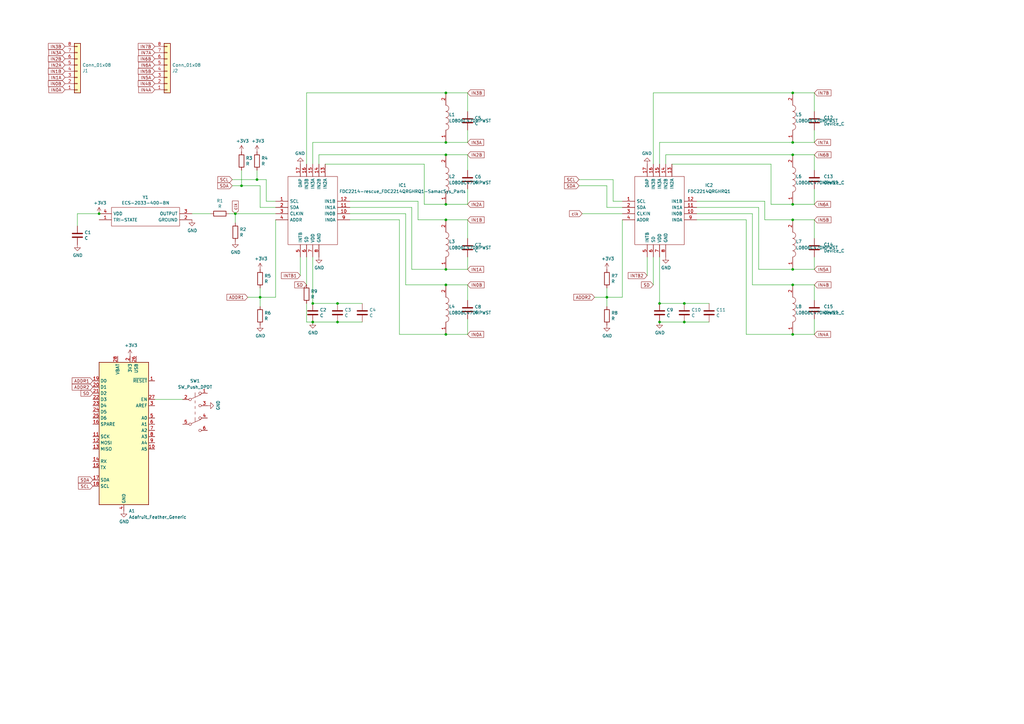
<source format=kicad_sch>
(kicad_sch (version 20211123) (generator eeschema)
  (paper "A3")
  (lib_symbols
    (symbol "Connector_Generic:Conn_01x08" (pin_names (offset 1.016) hide)
      (property "Reference" "J" (at 0 10.16 0))
      (property "Value" "Conn_01x08" (at 0 -12.7 0))
      (symbol "Conn_01x08_1_1"
        (rectangle (start -1.27 -10.033) (end 0 -10.287) (stroke (width 0.1524)))
        (rectangle (start -1.27 -7.493) (end 0 -7.747) (stroke (width 0.1524)))
        (rectangle (start -1.27 -4.953) (end 0 -5.207) (stroke (width 0.1524)))
        (rectangle (start -1.27 -2.413) (end 0 -2.667) (stroke (width 0.1524)))
        (rectangle (start -1.27 0.127) (end 0 -0.127) (stroke (width 0.1524)))
        (rectangle (start -1.27 2.667) (end 0 2.413) (stroke (width 0.1524)))
        (rectangle (start -1.27 5.207) (end 0 4.953) (stroke (width 0.1524)))
        (rectangle (start -1.27 7.747) (end 0 7.493) (stroke (width 0.1524)))
        (rectangle (start -1.27 8.89) (end 1.27 -11.43) (stroke (width 0.254)) (fill (type background)))
        (pin passive line (at -5.08 7.62 0) (length 3.81) (name "Pin_1") (number "1"))
        (pin passive line (at -5.08 5.08 0) (length 3.81) (name "Pin_2") (number "2"))
        (pin passive line (at -5.08 2.54 0) (length 3.81) (name "Pin_3") (number "3"))
        (pin passive line (at -5.08 0 0) (length 3.81) (name "Pin_4") (number "4"))
        (pin passive line (at -5.08 -2.54 0) (length 3.81) (name "Pin_5") (number "5"))
        (pin passive line (at -5.08 -5.08 0) (length 3.81) (name "Pin_6") (number "6"))
        (pin passive line (at -5.08 -7.62 0) (length 3.81) (name "Pin_7") (number "7"))
        (pin passive line (at -5.08 -10.16 0) (length 3.81) (name "Pin_8") (number "8"))
      )
    )
    (symbol "Device:C" (pin_numbers hide) (pin_names (offset 0.254))
      (property "Reference" "C" (at 0.635 2.54 0))
      (property "Value" "C" (at 0.635 -2.54 0))
      (symbol "C_0_1"
        (polyline (pts (xy -2.032 -0.762) (xy 2.032 -0.762)) (stroke (width 0.508)))
        (polyline (pts (xy -2.032 0.762) (xy 2.032 0.762)) (stroke (width 0.508)))
      )
      (symbol "C_1_1"
        (pin passive line (at 0 3.81 270) (length 2.794) (name "~") (number "1"))
        (pin passive line (at 0 -3.81 90) (length 2.794) (name "~") (number "2"))
      )
    )
    (symbol "Device:R" (pin_numbers hide) (pin_names (offset 0))
      (property "Reference" "R" (at 2.032 0 90))
      (property "Value" "R" (at 0 0 90))
      (symbol "R_0_1"
        (rectangle (start -1.016 -2.54) (end 1.016 2.54) (stroke (width 0.254)))
      )
      (symbol "R_1_1"
        (pin passive line (at 0 3.81 270) (length 1.27) (name "~") (number "1"))
        (pin passive line (at 0 -3.81 90) (length 1.27) (name "~") (number "2"))
      )
    )
    (symbol "FDC2214:Device_C" (pin_numbers hide) (pin_names (offset 0.254))
      (property "Reference" "C" (at 0.635 2.54 0))
      (property "Value" "Device_C" (at 0.635 -2.54 0))
      (symbol "Device_C_0_1"
        (polyline (pts (xy -2.032 -0.762) (xy 2.032 -0.762)) (stroke (width 0.508)))
        (polyline (pts (xy -2.032 0.762) (xy 2.032 0.762)) (stroke (width 0.508)))
      )
      (symbol "Device_C_1_1"
        (pin passive line (at 0 3.81 270) (length 2.794) (name "~") (number "1"))
        (pin passive line (at 0 -3.81 90) (length 2.794) (name "~") (number "2"))
      )
    )
    (symbol "FDC2214:FDC2214-rescue_ECS-2033-400-BN-SamacSys_Parts" (pin_names (offset 0.762))
      (property "Reference" "Y" (at 34.29 7.62 0))
      (property "Value" "FDC2214-rescue_ECS-2033-400-BN-SamacSys_Parts" (at 34.29 5.08 0))
      (symbol "FDC2214-rescue_ECS-2033-400-BN-SamacSys_Parts_0_0"
        (pin passive line (at 0 -2.54 0) (length 5.08) (name "TRI-STATE") (number "1"))
        (pin passive line (at 38.1 -2.54 180) (length 5.08) (name "GROUND") (number "2"))
        (pin passive line (at 38.1 0 180) (length 5.08) (name "OUTPUT") (number "3"))
        (pin passive line (at 0 0 0) (length 5.08) (name "VDD") (number "4"))
      )
      (symbol "FDC2214-rescue_ECS-2033-400-BN-SamacSys_Parts_0_1"
        (polyline (pts (xy 5.08 2.54) (xy 33.02 2.54) (xy 33.02 -5.08) (xy 5.08 -5.08) (xy 5.08 2.54)) (stroke (width 0.1524)))
      )
    )
    (symbol "FDC2214:FDC2214-rescue_FDC2214QRGHRQ1-SamacSys_Parts" (pin_names (offset 0.762))
      (property "Reference" "IC" (at 26.67 15.24 0))
      (property "Value" "FDC2214-rescue_FDC2214QRGHRQ1-SamacSys_Parts" (at 26.67 12.7 0))
      (symbol "FDC2214-rescue_FDC2214QRGHRQ1-SamacSys_Parts_0_0"
        (pin passive line (at 0 0 0) (length 5.08) (name "SCL") (number "1"))
        (pin passive line (at 30.48 -5.08 180) (length 5.08) (name "IN0B") (number "10"))
        (pin passive line (at 30.48 -2.54 180) (length 5.08) (name "IN1A") (number "11"))
        (pin passive line (at 30.48 0 180) (length 5.08) (name "IN1B") (number "12"))
        (pin passive line (at 20.32 15.24 270) (length 5.08) (name "IN2A") (number "13"))
        (pin passive line (at 17.78 15.24 270) (length 5.08) (name "IN2B") (number "14"))
        (pin passive line (at 15.24 15.24 270) (length 5.08) (name "IN3A") (number "15"))
        (pin passive line (at 12.7 15.24 270) (length 5.08) (name "IN3B") (number "16"))
        (pin passive line (at 10.16 15.24 270) (length 5.08) (name "DAP") (number "17"))
        (pin passive line (at 0 -2.54 0) (length 5.08) (name "SDA") (number "2"))
        (pin passive line (at 0 -5.08 0) (length 5.08) (name "CLKIN") (number "3"))
        (pin passive line (at 0 -7.62 0) (length 5.08) (name "ADDR") (number "4"))
        (pin passive line (at 10.16 -22.86 90) (length 5.08) (name "INTB") (number "5"))
        (pin passive line (at 12.7 -22.86 90) (length 5.08) (name "SD") (number "6"))
        (pin passive line (at 15.24 -22.86 90) (length 5.08) (name "VDD") (number "7"))
        (pin passive line (at 17.78 -22.86 90) (length 5.08) (name "GND") (number "8"))
        (pin passive line (at 30.48 -7.62 180) (length 5.08) (name "IN0A") (number "9"))
      )
      (symbol "FDC2214-rescue_FDC2214QRGHRQ1-SamacSys_Parts_0_1"
        (polyline (pts (xy 5.08 10.16) (xy 25.4 10.16) (xy 25.4 -17.78) (xy 5.08 -17.78) (xy 5.08 10.16)) (stroke (width 0.1524)))
      )
    )
    (symbol "MCU_Module:Adafruit_Feather_Generic"
      (property "Reference" "A" (at -10.16 29.21 0))
      (property "Value" "Adafruit_Feather_Generic" (at 2.54 -31.75 0))
      (symbol "Adafruit_Feather_Generic_0_1"
        (rectangle (start -10.16 27.94) (end 10.16 -30.48) (stroke (width 0.254)) (fill (type background)))
      )
      (symbol "Adafruit_Feather_Generic_1_1"
        (pin input line (at 12.7 20.32 180) (length 2.54) (name "~{RESET}") (number "1"))
        (pin bidirectional line (at 12.7 -7.62 180) (length 2.54) (name "A5") (number "10"))
        (pin bidirectional line (at -12.7 -2.54 0) (length 2.54) (name "SCK") (number "11"))
        (pin bidirectional line (at -12.7 -5.08 0) (length 2.54) (name "MOSI") (number "12"))
        (pin bidirectional line (at -12.7 -7.62 0) (length 2.54) (name "MISO") (number "13"))
        (pin bidirectional line (at -12.7 -12.7 0) (length 2.54) (name "RX") (number "14"))
        (pin bidirectional line (at -12.7 -15.24 0) (length 2.54) (name "TX") (number "15"))
        (pin bidirectional line (at -12.7 2.54 0) (length 2.54) (name "SPARE") (number "16"))
        (pin bidirectional line (at -12.7 -20.32 0) (length 2.54) (name "SDA") (number "17"))
        (pin bidirectional line (at -12.7 -22.86 0) (length 2.54) (name "SCL") (number "18"))
        (pin bidirectional line (at -12.7 20.32 0) (length 2.54) (name "D0") (number "19"))
        (pin power_in line (at 2.54 30.48 270) (length 2.54) (name "3V3") (number "2"))
        (pin bidirectional line (at -12.7 17.78 0) (length 2.54) (name "D1") (number "20"))
        (pin bidirectional line (at -12.7 15.24 0) (length 2.54) (name "D2") (number "21"))
        (pin bidirectional line (at -12.7 12.7 0) (length 2.54) (name "D3") (number "22"))
        (pin bidirectional line (at -12.7 10.16 0) (length 2.54) (name "D4") (number "23"))
        (pin bidirectional line (at -12.7 7.62 0) (length 2.54) (name "D5") (number "24"))
        (pin bidirectional line (at -12.7 5.08 0) (length 2.54) (name "D6") (number "25"))
        (pin power_in line (at 5.08 30.48 270) (length 2.54) (name "USB") (number "26"))
        (pin input line (at 12.7 12.7 180) (length 2.54) (name "EN") (number "27"))
        (pin power_in line (at -2.54 30.48 270) (length 2.54) (name "VBAT") (number "28"))
        (pin input line (at 12.7 10.16 180) (length 2.54) (name "AREF") (number "3"))
        (pin power_in line (at 0 -33.02 90) (length 2.54) (name "GND") (number "4"))
        (pin bidirectional line (at 12.7 5.08 180) (length 2.54) (name "A0") (number "5"))
        (pin bidirectional line (at 12.7 2.54 180) (length 2.54) (name "A1") (number "6"))
        (pin bidirectional line (at 12.7 0 180) (length 2.54) (name "A2") (number "7"))
        (pin bidirectional line (at 12.7 -2.54 180) (length 2.54) (name "A3") (number "8"))
        (pin bidirectional line (at 12.7 -5.08 180) (length 2.54) (name "A4") (number "9"))
      )
    )
    (symbol "SamacSys:L0806C470MPWST" (pin_names (offset 0.762))
      (property "Reference" "L" (at 16.51 6.35 0))
      (property "Value" "L0806C470MPWST" (at 16.51 3.81 0))
      (symbol "L0806C470MPWST_0_0"
        (pin passive line (at 0 0 0) (length 5.08) (name "~") (number "1"))
        (pin passive line (at 20.32 0 180) (length 5.08) (name "~") (number "2"))
      )
      (symbol "L0806C470MPWST_0_1"
        (arc (start 5.08 0) (mid 6.35 -1.3218) (end 7.62 0) (stroke (width 0.1524)))
        (arc (start 7.62 0) (mid 8.89 -1.3218) (end 10.16 0) (stroke (width 0.1524)))
        (arc (start 10.16 0) (mid 11.43 -1.3218) (end 12.7 0) (stroke (width 0.1524)))
        (arc (start 12.7 0) (mid 13.97 -1.3218) (end 15.24 0) (stroke (width 0.1524)))
      )
    )
    (symbol "Switch:SW_Push_DPDT" (pin_names (offset 0) hide)
      (property "Reference" "SW" (at 0 8.89 0))
      (property "Value" "SW_Push_DPDT" (at 0 -10.16 0))
      (symbol "SW_Push_DPDT_0_0"
        (circle (center -2.032 -5.08) (radius 0.508))
        (circle (center -2.032 5.08) (radius 0.508))
        (circle (center 2.032 -7.62) (radius 0.508))
        (circle (center 2.032 2.54) (radius 0.508))
      )
      (symbol "SW_Push_DPDT_0_1"
        (polyline (pts (xy -1.524 -4.826) (xy 2.54 -3.048)))
        (polyline (pts (xy -1.524 5.334) (xy 2.54 7.112)))
        (polyline (pts (xy 0 -2.286) (xy 0 -4.064)))
        (polyline (pts (xy 0 -1.016) (xy 0 0)))
        (polyline (pts (xy 0 1.27) (xy 0 2.286)))
        (polyline (pts (xy 0 3.556) (xy 0 4.572)))
        (polyline (pts (xy 0 7.874) (xy 0 6.096)))
        (circle (center 2.032 -2.54) (radius 0.508))
        (circle (center 2.032 7.62) (radius 0.508))
      )
      (symbol "SW_Push_DPDT_1_1"
        (pin passive line (at 5.08 7.62 180) (length 2.54) (name "A") (number "1"))
        (pin passive line (at -5.08 5.08 0) (length 2.54) (name "B") (number "2"))
        (pin passive line (at 5.08 2.54 180) (length 2.54) (name "C") (number "3"))
        (pin passive line (at 5.08 -2.54 180) (length 2.54) (name "A") (number "4"))
        (pin passive line (at -5.08 -5.08 0) (length 2.54) (name "B") (number "5"))
        (pin passive line (at 5.08 -7.62 180) (length 2.54) (name "C") (number "6"))
      )
    )
    (symbol "power:+3.3V" (power) (pin_names (offset 0))
      (property "Value" "+3.3V" (at 0 3.556 0))
      (symbol "+3.3V_0_1"
        (polyline (pts (xy -0.762 1.27) (xy 0 2.54)))
        (polyline (pts (xy 0 0) (xy 0 2.54)))
        (polyline (pts (xy 0 2.54) (xy 0.762 1.27)))
      )
      (symbol "+3.3V_1_1"
        (pin power_in line (at 0 0 90) (length 0) hide (name "+3V3") (number "1"))
      )
    )
    (symbol "power:GND" (power) (pin_names (offset 0))
      (property "Value" "GND" (at 0 -3.81 0))
      (symbol "GND_0_1"
        (polyline (pts (xy 0 0) (xy 0 -1.27) (xy 1.27 -1.27) (xy 0 -2.54) (xy -1.27 -1.27) (xy 0 -1.27)))
      )
      (symbol "GND_1_1"
        (pin power_in line (at 0 0 270) (length 0) hide (name "GND") (number "1"))
      )
    )
  )
  (junction (at 106.68 121.92))
  (junction (at 270.51 132.08))
  (junction (at 99.06 76.2))
  (junction (at 325.12 90.17))
  (junction (at 182.88 63.5))
  (junction (at 182.88 110.49))
  (junction (at 128.27 124.46))
  (junction (at 325.12 63.5))
  (junction (at 138.43 124.46))
  (junction (at 325.12 137.16))
  (junction (at 325.12 116.84))
  (junction (at 280.67 124.46))
  (junction (at 182.88 116.84))
  (junction (at 128.27 132.08))
  (junction (at 40.64 87.63))
  (junction (at 105.41 73.66))
  (junction (at 182.88 38.1))
  (junction (at 138.43 132.08))
  (junction (at 182.88 90.17))
  (junction (at 270.51 124.46))
  (junction (at 182.88 58.42))
  (junction (at 325.12 83.82))
  (junction (at 96.52 87.63))
  (junction (at 280.67 132.08))
  (junction (at 325.12 38.1))
  (junction (at 182.88 137.16))
  (junction (at 325.12 58.42))
  (junction (at 325.12 110.49))
  (junction (at 248.92 121.92))
  (junction (at 182.88 83.82))
  (wire (pts (xy 334.01 110.49) (xy 334.01 105.41)))
  (wire (pts (xy 255.27 90.17) (xy 255.27 121.92)))
  (wire (pts (xy 125.73 105.41) (xy 125.73 116.84)))
  (wire (pts (xy 275.59 67.31) (xy 316.23 67.31)))
  (wire (pts (xy 182.88 116.84) (xy 191.77 116.84)))
  (wire (pts (xy 334.01 83.82) (xy 334.01 77.47)))
  (wire (pts (xy 325.12 58.42) (xy 334.01 58.42)))
  (wire (pts (xy 316.23 83.82) (xy 325.12 83.82)))
  (wire (pts (xy 166.37 87.63) (xy 166.37 116.84)))
  (wire (pts (xy 113.03 90.17) (xy 113.03 121.92)))
  (wire (pts (xy 191.77 63.5) (xy 191.77 69.85)))
  (wire (pts (xy 273.05 67.31) (xy 273.05 63.5)))
  (wire (pts (xy 248.92 118.11) (xy 248.92 121.92)))
  (wire (pts (xy 270.51 58.42) (xy 325.12 58.42)))
  (wire (pts (xy 285.75 85.09) (xy 311.15 85.09)))
  (wire (pts (xy 109.22 73.66) (xy 105.41 73.66)))
  (wire (pts (xy 171.45 90.17) (xy 182.88 90.17)))
  (wire (pts (xy 123.19 105.41) (xy 123.19 113.03)))
  (wire (pts (xy 325.12 63.5) (xy 334.01 63.5)))
  (wire (pts (xy 334.01 137.16) (xy 334.01 130.81)))
  (wire (pts (xy 163.83 137.16) (xy 182.88 137.16)))
  (wire (pts (xy 306.07 137.16) (xy 325.12 137.16)))
  (wire (pts (xy 255.27 121.92) (xy 248.92 121.92)))
  (wire (pts (xy 285.75 90.17) (xy 306.07 90.17)))
  (wire (pts (xy 182.88 90.17) (xy 191.77 90.17)))
  (wire (pts (xy 106.68 125.73) (xy 106.68 121.92)))
  (wire (pts (xy 308.61 87.63) (xy 308.61 116.84)))
  (wire (pts (xy 143.51 87.63) (xy 166.37 87.63)))
  (wire (pts (xy 105.41 69.85) (xy 105.41 73.66)))
  (wire (pts (xy 128.27 58.42) (xy 182.88 58.42)))
  (wire (pts (xy 171.45 82.55) (xy 171.45 90.17)))
  (wire (pts (xy 191.77 58.42) (xy 191.77 53.34)))
  (wire (pts (xy 182.88 110.49) (xy 191.77 110.49)))
  (wire (pts (xy 267.97 38.1) (xy 325.12 38.1)))
  (wire (pts (xy 173.99 67.31) (xy 173.99 83.82)))
  (wire (pts (xy 113.03 85.09) (xy 106.68 85.09)))
  (wire (pts (xy 182.88 58.42) (xy 191.77 58.42)))
  (wire (pts (xy 133.35 67.31) (xy 173.99 67.31)))
  (wire (pts (xy 113.03 82.55) (xy 109.22 82.55)))
  (wire (pts (xy 334.01 58.42) (xy 334.01 53.34)))
  (wire (pts (xy 31.75 92.71) (xy 31.75 87.63)))
  (wire (pts (xy 191.77 116.84) (xy 191.77 123.19)))
  (wire (pts (xy 280.67 132.08) (xy 290.83 132.08)))
  (wire (pts (xy 99.06 76.2) (xy 95.25 76.2)))
  (wire (pts (xy 290.83 124.46) (xy 280.67 124.46)))
  (wire (pts (xy 334.01 116.84) (xy 334.01 123.19)))
  (wire (pts (xy 251.46 82.55) (xy 251.46 73.66)))
  (wire (pts (xy 313.69 82.55) (xy 313.69 90.17)))
  (wire (pts (xy 105.41 73.66) (xy 95.25 73.66)))
  (wire (pts (xy 238.76 87.63) (xy 255.27 87.63)))
  (wire (pts (xy 248.92 85.09) (xy 248.92 76.2)))
  (wire (pts (xy 86.36 87.63) (xy 78.74 87.63)))
  (wire (pts (xy 267.97 67.31) (xy 267.97 38.1)))
  (wire (pts (xy 168.91 110.49) (xy 182.88 110.49)))
  (wire (pts (xy 255.27 82.55) (xy 251.46 82.55)))
  (wire (pts (xy 168.91 85.09) (xy 168.91 110.49)))
  (wire (pts (xy 128.27 67.31) (xy 128.27 58.42)))
  (wire (pts (xy 96.52 91.44) (xy 96.52 87.63)))
  (wire (pts (xy 311.15 110.49) (xy 325.12 110.49)))
  (wire (pts (xy 93.98 87.63) (xy 96.52 87.63)))
  (wire (pts (xy 113.03 121.92) (xy 106.68 121.92)))
  (wire (pts (xy 96.52 87.63) (xy 113.03 87.63)))
  (wire (pts (xy 306.07 90.17) (xy 306.07 137.16)))
  (wire (pts (xy 273.05 63.5) (xy 325.12 63.5)))
  (wire (pts (xy 182.88 63.5) (xy 191.77 63.5)))
  (wire (pts (xy 270.51 67.31) (xy 270.51 58.42)))
  (wire (pts (xy 325.12 83.82) (xy 334.01 83.82)))
  (wire (pts (xy 99.06 69.85) (xy 99.06 76.2)))
  (wire (pts (xy 130.81 67.31) (xy 130.81 63.5)))
  (wire (pts (xy 130.81 63.5) (xy 182.88 63.5)))
  (wire (pts (xy 173.99 83.82) (xy 182.88 83.82)))
  (wire (pts (xy 191.77 38.1) (xy 191.77 45.72)))
  (wire (pts (xy 166.37 116.84) (xy 182.88 116.84)))
  (wire (pts (xy 143.51 82.55) (xy 171.45 82.55)))
  (wire (pts (xy 270.51 105.41) (xy 270.51 124.46)))
  (wire (pts (xy 128.27 105.41) (xy 128.27 124.46)))
  (wire (pts (xy 143.51 90.17) (xy 163.83 90.17)))
  (wire (pts (xy 325.12 90.17) (xy 334.01 90.17)))
  (wire (pts (xy 125.73 124.46) (xy 125.73 132.08)))
  (wire (pts (xy 106.68 76.2) (xy 99.06 76.2)))
  (wire (pts (xy 191.77 83.82) (xy 191.77 77.47)))
  (wire (pts (xy 143.51 85.09) (xy 168.91 85.09)))
  (wire (pts (xy 334.01 97.79) (xy 334.01 90.17)))
  (wire (pts (xy 125.73 67.31) (xy 125.73 38.1)))
  (wire (pts (xy 308.61 116.84) (xy 325.12 116.84)))
  (wire (pts (xy 63.5 163.83) (xy 74.93 163.83)))
  (wire (pts (xy 191.77 110.49) (xy 191.77 105.41)))
  (wire (pts (xy 106.68 121.92) (xy 101.6 121.92)))
  (wire (pts (xy 325.12 110.49) (xy 334.01 110.49)))
  (wire (pts (xy 265.43 105.41) (xy 265.43 113.03)))
  (wire (pts (xy 191.77 137.16) (xy 191.77 130.81)))
  (wire (pts (xy 255.27 85.09) (xy 248.92 85.09)))
  (wire (pts (xy 285.75 82.55) (xy 313.69 82.55)))
  (wire (pts (xy 125.73 38.1) (xy 182.88 38.1)))
  (wire (pts (xy 248.92 125.73) (xy 248.92 121.92)))
  (wire (pts (xy 325.12 38.1) (xy 334.01 38.1)))
  (wire (pts (xy 106.68 85.09) (xy 106.68 76.2)))
  (wire (pts (xy 182.88 83.82) (xy 191.77 83.82)))
  (wire (pts (xy 109.22 82.55) (xy 109.22 73.66)))
  (wire (pts (xy 334.01 38.1) (xy 334.01 45.72)))
  (wire (pts (xy 125.73 132.08) (xy 128.27 132.08)))
  (wire (pts (xy 248.92 121.92) (xy 243.84 121.92)))
  (wire (pts (xy 138.43 132.08) (xy 148.59 132.08)))
  (wire (pts (xy 313.69 90.17) (xy 325.12 90.17)))
  (wire (pts (xy 148.59 124.46) (xy 138.43 124.46)))
  (wire (pts (xy 270.51 132.08) (xy 280.67 132.08)))
  (wire (pts (xy 311.15 85.09) (xy 311.15 110.49)))
  (wire (pts (xy 138.43 124.46) (xy 128.27 124.46)))
  (wire (pts (xy 182.88 38.1) (xy 191.77 38.1)))
  (wire (pts (xy 182.88 137.16) (xy 191.77 137.16)))
  (wire (pts (xy 325.12 116.84) (xy 334.01 116.84)))
  (wire (pts (xy 128.27 132.08) (xy 138.43 132.08)))
  (wire (pts (xy 106.68 118.11) (xy 106.68 121.92)))
  (wire (pts (xy 237.49 73.66) (xy 251.46 73.66)))
  (wire (pts (xy 325.12 137.16) (xy 334.01 137.16)))
  (wire (pts (xy 267.97 105.41) (xy 267.97 116.84)))
  (wire (pts (xy 163.83 90.17) (xy 163.83 137.16)))
  (wire (pts (xy 280.67 124.46) (xy 270.51 124.46)))
  (wire (pts (xy 31.75 87.63) (xy 40.64 87.63)))
  (wire (pts (xy 191.77 97.79) (xy 191.77 90.17)))
  (wire (pts (xy 285.75 87.63) (xy 308.61 87.63)))
  (wire (pts (xy 316.23 67.31) (xy 316.23 83.82)))
  (wire (pts (xy 237.49 76.2) (xy 248.92 76.2)))
  (wire (pts (xy 334.01 63.5) (xy 334.01 69.85)))
  (global_label "clk" (shape input) (at 238.76 87.63 180) (property "Intersheet References" "${INTERSHEET_REFS}" (effects hide)))
  (global_label "IN1B" (shape input) (at 191.77 90.17 0) (property "Intersheet References" "${INTERSHEET_REFS}" (effects hide)))
  (global_label "INTB1" (shape input) (at 123.19 113.03 180) (property "Intersheet References" "${INTERSHEET_REFS}" (effects hide)))
  (global_label "SD" (shape input) (at 267.97 116.84 180) (property "Intersheet References" "${INTERSHEET_REFS}" (effects hide)))
  (global_label "IN6A" (shape input) (at 63.5 26.67 180) (property "Intersheet References" "${INTERSHEET_REFS}" (effects hide)))
  (global_label "IN2B" (shape input) (at 191.77 63.5 0) (property "Intersheet References" "${INTERSHEET_REFS}" (effects hide)))
  (global_label "IN3B" (shape input) (at 191.77 38.1 0) (property "Intersheet References" "${INTERSHEET_REFS}" (effects hide)))
  (global_label "IN3B" (shape input) (at 26.67 19.05 180) (property "Intersheet References" "${INTERSHEET_REFS}" (effects hide)))
  (global_label "IN5A" (shape input) (at 63.5 31.75 180) (property "Intersheet References" "${INTERSHEET_REFS}" (effects hide)))
  (global_label "IN4B" (shape input) (at 63.5 34.29 180) (property "Intersheet References" "${INTERSHEET_REFS}" (effects hide)))
  (global_label "IN7B" (shape input) (at 334.01 38.1 0) (property "Intersheet References" "${INTERSHEET_REFS}" (effects hide)))
  (global_label "IN4B" (shape input) (at 334.01 116.84 0) (property "Intersheet References" "${INTERSHEET_REFS}" (effects hide)))
  (global_label "ADDR1" (shape input) (at 38.1 156.21 180) (property "Intersheet References" "${INTERSHEET_REFS}" (effects hide)))
  (global_label "IN7B" (shape input) (at 63.5 19.05 180) (property "Intersheet References" "${INTERSHEET_REFS}" (effects hide)))
  (global_label "IN0A" (shape input) (at 26.67 36.83 180) (property "Intersheet References" "${INTERSHEET_REFS}" (effects hide)))
  (global_label "IN3A" (shape input) (at 26.67 21.59 180) (property "Intersheet References" "${INTERSHEET_REFS}" (effects hide)))
  (global_label "IN2A" (shape input) (at 26.67 26.67 180) (property "Intersheet References" "${INTERSHEET_REFS}" (effects hide)))
  (global_label "SCL" (shape input) (at 95.25 73.66 180) (property "Intersheet References" "${INTERSHEET_REFS}" (effects hide)))
  (global_label "SCL" (shape input) (at 237.49 73.66 180) (property "Intersheet References" "${INTERSHEET_REFS}" (effects hide)))
  (global_label "ADDR2" (shape input) (at 38.1 158.75 180) (property "Intersheet References" "${INTERSHEET_REFS}" (effects hide)))
  (global_label "IN3A" (shape input) (at 191.77 58.42 0) (property "Intersheet References" "${INTERSHEET_REFS}" (effects hide)))
  (global_label "clk" (shape input) (at 96.52 87.63 90) (property "Intersheet References" "${INTERSHEET_REFS}" (effects hide)))
  (global_label "SD" (shape input) (at 125.73 116.84 180) (property "Intersheet References" "${INTERSHEET_REFS}" (effects hide)))
  (global_label "ADDR1" (shape input) (at 101.6 121.92 180) (property "Intersheet References" "${INTERSHEET_REFS}" (effects hide)))
  (global_label "IN5A" (shape input) (at 334.01 110.49 0) (property "Intersheet References" "${INTERSHEET_REFS}" (effects hide)))
  (global_label "IN4A" (shape input) (at 334.01 137.16 0) (property "Intersheet References" "${INTERSHEET_REFS}" (effects hide)))
  (global_label "IN0A" (shape input) (at 191.77 137.16 0) (property "Intersheet References" "${INTERSHEET_REFS}" (effects hide)))
  (global_label "SDA" (shape input) (at 38.1 196.85 180) (property "Intersheet References" "${INTERSHEET_REFS}" (effects hide)))
  (global_label "SDA" (shape input) (at 95.25 76.2 180) (property "Intersheet References" "${INTERSHEET_REFS}" (effects hide)))
  (global_label "IN1A" (shape input) (at 26.67 31.75 180) (property "Intersheet References" "${INTERSHEET_REFS}" (effects hide)))
  (global_label "SDA" (shape input) (at 237.49 76.2 180) (property "Intersheet References" "${INTERSHEET_REFS}" (effects hide)))
  (global_label "SD" (shape input) (at 38.1 161.29 180) (property "Intersheet References" "${INTERSHEET_REFS}" (effects hide)))
  (global_label "IN6B" (shape input) (at 63.5 24.13 180) (property "Intersheet References" "${INTERSHEET_REFS}" (effects hide)))
  (global_label "IN7A" (shape input) (at 63.5 21.59 180) (property "Intersheet References" "${INTERSHEET_REFS}" (effects hide)))
  (global_label "IN1A" (shape input) (at 191.77 110.49 0) (property "Intersheet References" "${INTERSHEET_REFS}" (effects hide)))
  (global_label "SCL" (shape input) (at 38.1 199.39 180) (property "Intersheet References" "${INTERSHEET_REFS}" (effects hide)))
  (global_label "IN5B" (shape input) (at 334.01 90.17 0) (property "Intersheet References" "${INTERSHEET_REFS}" (effects hide)))
  (global_label "IN6A" (shape input) (at 334.01 83.82 0) (property "Intersheet References" "${INTERSHEET_REFS}" (effects hide)))
  (global_label "IN7A" (shape input) (at 334.01 58.42 0) (property "Intersheet References" "${INTERSHEET_REFS}" (effects hide)))
  (global_label "IN2B" (shape input) (at 26.67 24.13 180) (property "Intersheet References" "${INTERSHEET_REFS}" (effects hide)))
  (global_label "IN0B" (shape input) (at 26.67 34.29 180) (property "Intersheet References" "${INTERSHEET_REFS}" (effects hide)))
  (global_label "IN4A" (shape input) (at 63.5 36.83 180) (property "Intersheet References" "${INTERSHEET_REFS}" (effects hide)))
  (global_label "IN2A" (shape input) (at 191.77 83.82 0) (property "Intersheet References" "${INTERSHEET_REFS}" (effects hide)))
  (global_label "IN0B" (shape input) (at 191.77 116.84 0) (property "Intersheet References" "${INTERSHEET_REFS}" (effects hide)))
  (global_label "IN6B" (shape input) (at 334.01 63.5 0) (property "Intersheet References" "${INTERSHEET_REFS}" (effects hide)))
  (global_label "IN1B" (shape input) (at 26.67 29.21 180) (property "Intersheet References" "${INTERSHEET_REFS}" (effects hide)))
  (global_label "ADDR2" (shape input) (at 243.84 121.92 180) (property "Intersheet References" "${INTERSHEET_REFS}" (effects hide)))
  (global_label "INTB2" (shape input) (at 265.43 113.03 180) (property "Intersheet References" "${INTERSHEET_REFS}" (effects hide)))
  (global_label "IN5B" (shape input) (at 63.5 29.21 180) (property "Intersheet References" "${INTERSHEET_REFS}" (effects hide)))
  (symbol (lib_id "FDC2214:FDC2214-rescue_ECS-2033-400-BN-SamacSys_Parts") (at 40.64 87.63 0) (unit 1)
    (property "Reference" "Y1" (at 59.69 80.899 0))
    (property "Value" "ECS-2033-400-BN" (at 59.69 83.2104 0))
    (property "Footprint" "ECS2033400BN" (effects hide))
    (property "Datasheet" "http://www.ecsxtal.com/store/pdf/ecs-2025-2033.pdf" (effects hide))
    (property "Description" "OSC XO 40.000MHZ HCMOS SMD" (effects hide))
    (property "Height" "1" (effects hide))
    (property "Mouser Part Number" "520-2033-400-BN" (effects hide))
    (property "Mouser Price/Stock" "https://www.mouser.co.uk/ProductDetail/ECS/ECS-2033-400-BN?qs=94V4QatVK%252BeDb45AbA6EJA%3D%3D" (effects hide))
    (property "Manufacturer_Name" "ECS" (effects hide))
    (property "Manufacturer_Part_Number" "ECS-2033-400-BN" (effects hide))
  )
  (symbol (lib_id "Device:C") (at 31.75 96.52 0) (unit 1)
    (property "Reference" "C1" (at 34.671 95.3516 0) (effects (justify left)))
    (property "Value" "C" (at 34.671 97.663 0) (effects (justify left)))
    (property "Footprint" "Capacitor_SMD:C_0603_1608Metric" (effects hide))
  )
  (symbol (lib_id "power:+3.3V") (at 40.64 87.63 0) (unit 1)
    (property "Reference" "#PWR0106" (effects hide))
    (property "Value" "+3.3V" (at 41.021 83.2358 0))
  )
  (symbol (lib_id "power:GND") (at 78.74 90.17 0) (unit 1)
    (property "Reference" "#PWR0116" (effects hide))
    (property "Value" "GND" (at 78.867 94.5642 0))
  )
  (symbol (lib_id "power:GND") (at 31.75 100.33 0) (unit 1)
    (property "Reference" "#PWR0115" (effects hide))
    (property "Value" "GND" (at 31.877 104.7242 0))
  )
  (symbol (lib_id "Device:R") (at 96.52 95.25 0) (unit 1)
    (property "Reference" "R2" (at 98.298 94.0816 0) (effects (justify left)))
    (property "Value" "R" (at 98.298 96.393 0) (effects (justify left)))
    (property "Footprint" "Resistor_SMD:R_0603_1608Metric_Pad0.98x0.95mm_HandSolder" (effects hide))
  )
  (symbol (lib_id "Device:R") (at 90.17 87.63 90) (unit 1)
    (property "Reference" "R1" (at 90.17 82.3722 90))
    (property "Value" "R" (at 90.17 84.6836 90))
    (property "Footprint" "Resistor_SMD:R_0603_1608Metric_Pad0.98x0.95mm_HandSolder" (effects hide))
  )
  (symbol (lib_id "power:GND") (at 96.52 99.06 0) (unit 1)
    (property "Reference" "#PWR0114" (effects hide))
    (property "Value" "GND" (at 96.647 103.4542 0))
  )
  (symbol (lib_id "Device:R") (at 106.68 114.3 0) (unit 1)
    (property "Reference" "R5" (at 108.458 113.1316 0) (effects (justify left)))
    (property "Value" "R" (at 108.458 115.443 0) (effects (justify left)))
    (property "Footprint" "Resistor_SMD:R_0603_1608Metric_Pad0.98x0.95mm_HandSolder" (effects hide))
  )
  (symbol (lib_id "Device:R") (at 106.68 129.54 0) (unit 1)
    (property "Reference" "R6" (at 108.458 128.3716 0) (effects (justify left)))
    (property "Value" "R" (at 108.458 130.683 0) (effects (justify left)))
    (property "Footprint" "Resistor_SMD:R_0603_1608Metric_Pad0.98x0.95mm_HandSolder" (effects hide))
  )
  (symbol (lib_id "power:GND") (at 106.68 133.35 0) (unit 1)
    (property "Reference" "#PWR0110" (effects hide))
    (property "Value" "GND" (at 106.807 137.7442 0))
  )
  (symbol (lib_id "power:+3.3V") (at 106.68 110.49 0) (unit 1)
    (property "Reference" "#PWR0111" (effects hide))
    (property "Value" "+3.3V" (at 107.061 106.0958 0))
  )
  (symbol (lib_id "Device:R") (at 99.06 66.04 0) (unit 1)
    (property "Reference" "R3" (at 100.838 64.8716 0) (effects (justify left)))
    (property "Value" "R" (at 100.838 67.183 0) (effects (justify left)))
    (property "Footprint" "Resistor_SMD:R_0603_1608Metric_Pad0.98x0.95mm_HandSolder" (effects hide))
  )
  (symbol (lib_id "Device:R") (at 105.41 66.04 0) (unit 1)
    (property "Reference" "R4" (at 107.188 64.8716 0) (effects (justify left)))
    (property "Value" "R" (at 107.188 67.183 0) (effects (justify left)))
    (property "Footprint" "Resistor_SMD:R_0603_1608Metric_Pad0.98x0.95mm_HandSolder" (effects hide))
  )
  (symbol (lib_id "power:+3.3V") (at 99.06 62.23 0) (unit 1)
    (property "Reference" "#PWR0108" (effects hide))
    (property "Value" "+3.3V" (at 99.441 57.8358 0))
  )
  (symbol (lib_id "power:+3.3V") (at 105.41 62.23 0) (unit 1)
    (property "Reference" "#PWR0107" (effects hide))
    (property "Value" "+3.3V" (at 105.791 57.8358 0))
  )
  (symbol (lib_id "power:GND") (at 130.81 105.41 0) (unit 1)
    (property "Reference" "#PWR0117" (effects hide))
    (property "Value" "GND" (at 130.937 109.8042 0))
  )
  (symbol (lib_id "Device:C") (at 128.27 128.27 0) (unit 1)
    (property "Reference" "C2" (at 131.191 127.1016 0) (effects (justify left)))
    (property "Value" "C" (at 131.191 129.413 0) (effects (justify left)))
    (property "Footprint" "Capacitor_SMD:C_0603_1608Metric" (effects hide))
  )
  (symbol (lib_id "Device:C") (at 138.43 128.27 0) (unit 1)
    (property "Reference" "C3" (at 141.351 127.1016 0) (effects (justify left)))
    (property "Value" "C" (at 141.351 129.413 0) (effects (justify left)))
    (property "Footprint" "Capacitor_SMD:C_0603_1608Metric" (effects hide))
  )
  (symbol (lib_id "Device:C") (at 148.59 128.27 0) (unit 1)
    (property "Reference" "C4" (at 151.511 127.1016 0) (effects (justify left)))
    (property "Value" "C" (at 151.511 129.413 0) (effects (justify left)))
    (property "Footprint" "Capacitor_SMD:C_0603_1608Metric" (effects hide))
  )
  (symbol (lib_id "power:GND") (at 128.27 132.08 0) (unit 1)
    (property "Reference" "#PWR0118" (effects hide))
    (property "Value" "GND" (at 128.397 136.4742 0))
  )
  (symbol (lib_id "power:GND") (at 123.19 67.31 180) (unit 1)
    (property "Reference" "#PWR0101" (effects hide))
    (property "Value" "GND" (at 123.063 62.9158 0))
  )
  (symbol (lib_id "Device:C") (at 191.77 49.53 0) (unit 1)
    (property "Reference" "C5" (at 194.691 48.3616 0) (effects (justify left)))
    (property "Value" "C" (at 194.691 50.673 0) (effects (justify left)))
    (property "Footprint" "Capacitor_SMD:C_0603_1608Metric" (effects hide))
  )
  (symbol (lib_id "Device:C") (at 191.77 73.66 0) (unit 1)
    (property "Reference" "C6" (at 194.691 72.4916 0) (effects (justify left)))
    (property "Value" "C" (at 194.691 74.803 0) (effects (justify left)))
    (property "Footprint" "Capacitor_SMD:C_0603_1608Metric" (effects hide))
  )
  (symbol (lib_id "Device:C") (at 191.77 101.6 0) (unit 1)
    (property "Reference" "C7" (at 194.691 100.4316 0) (effects (justify left)))
    (property "Value" "C" (at 194.691 102.743 0) (effects (justify left)))
    (property "Footprint" "Capacitor_SMD:C_0603_1608Metric" (effects hide))
  )
  (symbol (lib_id "Device:C") (at 191.77 127 0) (unit 1)
    (property "Reference" "C8" (at 194.691 125.8316 0) (effects (justify left)))
    (property "Value" "C" (at 194.691 128.143 0) (effects (justify left)))
    (property "Footprint" "Capacitor_SMD:C_0603_1608Metric" (effects hide))
  )
  (symbol (lib_id "Connector_Generic:Conn_01x08") (at 31.75 29.21 0) (mirror x) (unit 1)
    (property "Reference" "J1" (at 33.782 29.0068 0) (effects (justify left)))
    (property "Value" "Conn_01x08" (at 33.782 26.6954 0) (effects (justify left)))
    (property "Footprint" "Connector_PinHeader_2.54mm:PinHeader_1x08_P2.54mm_Vertical" (effects hide))
  )
  (symbol (lib_id "power:GND") (at 50.8 209.55 0) (unit 1)
    (property "Reference" "#PWR0113" (effects hide))
    (property "Value" "GND" (at 50.927 213.9442 0))
  )
  (symbol (lib_id "power:+3.3V") (at 53.34 146.05 0) (unit 1)
    (property "Reference" "#PWR0112" (effects hide))
    (property "Value" "+3.3V" (at 53.721 141.6558 0))
  )
  (symbol (lib_id "power:GND") (at 273.05 105.41 0) (unit 1)
    (property "Reference" "#PWR0102" (effects hide))
    (property "Value" "GND" (at 273.177 109.8042 0))
  )
  (symbol (lib_id "Device:R") (at 248.92 129.54 0) (unit 1)
    (property "Reference" "R8" (at 250.698 128.3716 0) (effects (justify left)))
    (property "Value" "R" (at 250.698 130.683 0) (effects (justify left)))
    (property "Footprint" "Resistor_SMD:R_0603_1608Metric_Pad0.98x0.95mm_HandSolder" (effects hide))
  )
  (symbol (lib_id "power:+3.3V") (at 248.92 110.49 0) (unit 1)
    (property "Reference" "#PWR0104" (effects hide))
    (property "Value" "+3.3V" (at 249.301 106.0958 0))
  )
  (symbol (lib_id "FDC2214:FDC2214-rescue_FDC2214QRGHRQ1-SamacSys_Parts") (at 113.03 82.55 0) (unit 1)
    (property "Reference" "IC1" (at 165.1 75.9712 0))
    (property "Value" "FDC2214-rescue_FDC2214QRGHRQ1-SamacSys_Parts" (at 165.1 78.5112 0))
    (property "Footprint" "FDC2214:FDC2214RGHR" (effects hide))
    (property "Datasheet" "http://www.ti.com/lit/gpn/fdc2214-q1" (effects hide))
    (property "Description" "4-channel, Noise-immune, AEC-Q100 qualified, 28-bit Capacitive Sensing Solution" (effects hide))
    (property "Height" "0.8" (effects hide))
    (property "Manufacturer_Name" "Texas Instruments" (effects hide))
    (property "Manufacturer_Part_Number" "FDC2214QRGHRQ1" (effects hide))
    (property "Mouser Part Number" "595-FDC2214QRGHRQ1" (effects hide))
    (property "Mouser Price/Stock" "https://www.mouser.co.uk/ProductDetail/Texas-Instruments/FDC2214QRGHRQ1?qs=zEmsApcVOkXnIqI0octY2Q%3D%3D" (effects hide))
    (property "Arrow Part Number" "FDC2214QRGHRQ1" (effects hide))
    (property "Arrow Price/Stock" "https://www.arrow.com/en/products/fdc2214qrghrq1/texas-instruments" (effects hide))
  )
  (symbol (lib_id "Switch:SW_Push_DPDT") (at 80.01 168.91 0) (unit 1)
    (property "Reference" "SW1" (at 80.01 156.21 0))
    (property "Value" "SW_Push_DPDT" (at 80.01 158.75 0))
    (property "Footprint" "SamacSys:2mm-DPDT" (effects hide))
  )
  (symbol (lib_id "SamacSys:L0806C470MPWST") (at 325.12 83.82 90) (unit 1)
    (property "Reference" "L6" (at 326.39 72.3899 90) (effects (justify right)))
    (property "Value" "L0806C470MPWST" (at 326.39 74.9299 90) (effects (justify right)))
    (property "Footprint" "INDC2018X180N" (effects hide))
    (property "Datasheet" "https://www.mouser.de/datasheet/2/212/1/KEM_L9017_L_SWS-2400668.pdf" (effects hide))
    (property "Description" "Fixed Inductors 0806 18uH 5% 150mA" (effects hide))
    (property "Height" "1.8" (effects hide))
    (property "Manufacturer_Name" "KEMET" (effects hide))
    (property "Manufacturer_Part_Number" "L0806C470MPWST" (effects hide))
  )
  (symbol (lib_id "power:GND") (at 85.09 166.37 90) (unit 1)
    (property "Reference" "#PWR0119" (effects hide))
    (property "Value" "GND" (at 89.4842 166.243 0))
  )
  (symbol (lib_id "SamacSys:L0806C470MPWST") (at 325.12 110.49 90) (unit 1)
    (property "Reference" "L7" (at 326.39 99.0599 90) (effects (justify right)))
    (property "Value" "L0806C470MPWST" (at 326.39 101.5999 90) (effects (justify right)))
    (property "Footprint" "INDC2018X180N" (effects hide))
    (property "Datasheet" "https://www.mouser.de/datasheet/2/212/1/KEM_L9017_L_SWS-2400668.pdf" (effects hide))
    (property "Description" "Fixed Inductors 0806 18uH 5% 150mA" (effects hide))
    (property "Height" "1.8" (effects hide))
    (property "Manufacturer_Name" "KEMET" (effects hide))
    (property "Manufacturer_Part_Number" "L0806C470MPWST" (effects hide))
  )
  (symbol (lib_id "SamacSys:L0806C470MPWST") (at 182.88 58.42 90) (unit 1)
    (property "Reference" "L1" (at 184.15 46.9899 90) (effects (justify right)))
    (property "Value" "L0806C470MPWST" (at 184.15 49.5299 90) (effects (justify right)))
    (property "Footprint" "INDC2018X180N" (effects hide))
    (property "Datasheet" "https://www.mouser.de/datasheet/2/212/1/KEM_L9017_L_SWS-2400668.pdf" (effects hide))
    (property "Description" "Fixed Inductors 0806 18uH 5% 150mA" (effects hide))
    (property "Height" "1.8" (effects hide))
    (property "Manufacturer_Name" "KEMET" (effects hide))
    (property "Manufacturer_Part_Number" "L0806C470MPWST" (effects hide))
  )
  (symbol (lib_id "FDC2214:Device_C") (at 334.01 101.6 0) (unit 1)
    (property "Reference" "C14" (at 337.82 100.3299 0) (effects (justify left)))
    (property "Value" "Device_C" (at 337.82 102.8699 0) (effects (justify left)))
    (property "Footprint" "Capacitor_SMD:C_0603_1608Metric" (effects hide))
  )
  (symbol (lib_id "Device:C") (at 290.83 128.27 0) (unit 1)
    (property "Reference" "C11" (at 293.751 127.1016 0) (effects (justify left)))
    (property "Value" "C" (at 293.751 129.413 0) (effects (justify left)))
    (property "Footprint" "Capacitor_SMD:C_0603_1608Metric" (effects hide))
  )
  (symbol (lib_id "SamacSys:L0806C470MPWST") (at 182.88 83.82 90) (unit 1)
    (property "Reference" "L2" (at 184.15 72.3899 90) (effects (justify right)))
    (property "Value" "L0806C470MPWST" (at 184.15 74.9299 90) (effects (justify right)))
    (property "Footprint" "INDC2018X180N" (effects hide))
    (property "Datasheet" "https://www.mouser.de/datasheet/2/212/1/KEM_L9017_L_SWS-2400668.pdf" (effects hide))
    (property "Description" "Fixed Inductors 0806 18uH 5% 150mA" (effects hide))
    (property "Height" "1.8" (effects hide))
    (property "Manufacturer_Name" "KEMET" (effects hide))
    (property "Manufacturer_Part_Number" "L0806C470MPWST" (effects hide))
  )
  (symbol (lib_id "power:GND") (at 270.51 132.08 0) (unit 1)
    (property "Reference" "#PWR0105" (effects hide))
    (property "Value" "GND" (at 270.637 136.4742 0))
  )
  (symbol (lib_id "SamacSys:L0806C470MPWST") (at 325.12 58.42 90) (unit 1)
    (property "Reference" "L5" (at 326.39 46.9899 90) (effects (justify right)))
    (property "Value" "L0806C470MPWST" (at 326.39 49.5299 90) (effects (justify right)))
    (property "Footprint" "INDC2018X180N" (effects hide))
    (property "Datasheet" "https://www.mouser.de/datasheet/2/212/1/KEM_L9017_L_SWS-2400668.pdf" (effects hide))
    (property "Description" "Fixed Inductors 0806 18uH 5% 150mA" (effects hide))
    (property "Height" "1.8" (effects hide))
    (property "Manufacturer_Name" "KEMET" (effects hide))
    (property "Manufacturer_Part_Number" "L0806C470MPWST" (effects hide))
  )
  (symbol (lib_id "Device:C") (at 280.67 128.27 0) (unit 1)
    (property "Reference" "C10" (at 283.591 127.1016 0) (effects (justify left)))
    (property "Value" "C" (at 283.591 129.413 0) (effects (justify left)))
    (property "Footprint" "Capacitor_SMD:C_0603_1608Metric" (effects hide))
  )
  (symbol (lib_id "FDC2214:FDC2214-rescue_FDC2214QRGHRQ1-SamacSys_Parts") (at 255.27 82.55 0) (unit 1)
    (property "Reference" "IC2" (at 290.83 75.9712 0))
    (property "Value" "FDC2214QRGHRQ1" (at 290.83 78.5112 0))
    (property "Footprint" "FDC2214:FDC2214RGHR" (effects hide))
    (property "Datasheet" "http://www.ti.com/lit/gpn/fdc2214-q1" (effects hide))
    (property "Description" "4-channel, Noise-immune, AEC-Q100 qualified, 28-bit Capacitive Sensing Solution" (effects hide))
    (property "Height" "0.8" (effects hide))
    (property "Manufacturer_Name" "Texas Instruments" (effects hide))
    (property "Manufacturer_Part_Number" "FDC2214QRGHRQ1" (effects hide))
    (property "Mouser Part Number" "595-FDC2214QRGHRQ1" (effects hide))
    (property "Mouser Price/Stock" "https://www.mouser.co.uk/ProductDetail/Texas-Instruments/FDC2214QRGHRQ1?qs=zEmsApcVOkXnIqI0octY2Q%3D%3D" (effects hide))
    (property "Arrow Part Number" "FDC2214QRGHRQ1" (effects hide))
    (property "Arrow Price/Stock" "https://www.arrow.com/en/products/fdc2214qrghrq1/texas-instruments" (effects hide))
  )
  (symbol (lib_id "SamacSys:L0806C470MPWST") (at 182.88 137.16 90) (unit 1)
    (property "Reference" "L4" (at 184.15 125.7299 90) (effects (justify right)))
    (property "Value" "L0806C470MPWST" (at 184.15 128.2699 90) (effects (justify right)))
    (property "Footprint" "INDC2018X180N" (effects hide))
    (property "Datasheet" "https://www.mouser.de/datasheet/2/212/1/KEM_L9017_L_SWS-2400668.pdf" (effects hide))
    (property "Description" "Fixed Inductors 0806 18uH 5% 150mA" (effects hide))
    (property "Height" "1.8" (effects hide))
    (property "Manufacturer_Name" "KEMET" (effects hide))
    (property "Manufacturer_Part_Number" "L0806C470MPWST" (effects hide))
  )
  (symbol (lib_id "SamacSys:L0806C470MPWST") (at 325.12 137.16 90) (unit 1)
    (property "Reference" "L8" (at 326.39 125.7299 90) (effects (justify right)))
    (property "Value" "L0806C470MPWST" (at 326.39 128.2699 90) (effects (justify right)))
    (property "Footprint" "INDC2018X180N" (effects hide))
    (property "Datasheet" "https://www.mouser.de/datasheet/2/212/1/KEM_L9017_L_SWS-2400668.pdf" (effects hide))
    (property "Description" "Fixed Inductors 0806 18uH 5% 150mA" (effects hide))
    (property "Height" "1.8" (effects hide))
    (property "Manufacturer_Name" "KEMET" (effects hide))
    (property "Manufacturer_Part_Number" "L0806C470MPWST" (effects hide))
  )
  (symbol (lib_id "Device:R") (at 125.73 120.65 0) (unit 1)
    (property "Reference" "R9" (at 127.508 119.4816 0) (effects (justify left)))
    (property "Value" "R" (at 127.508 121.793 0) (effects (justify left)))
    (property "Footprint" "Resistor_SMD:R_0603_1608Metric_Pad0.98x0.95mm_HandSolder" (effects hide))
  )
  (symbol (lib_id "Connector_Generic:Conn_01x08") (at 68.58 29.21 0) (mirror x) (unit 1)
    (property "Reference" "J2" (at 70.612 29.0068 0) (effects (justify left)))
    (property "Value" "Conn_01x08" (at 70.612 26.6954 0) (effects (justify left)))
    (property "Footprint" "Connector_PinHeader_2.54mm:PinHeader_1x08_P2.54mm_Vertical" (effects hide))
  )
  (symbol (lib_id "MCU_Module:Adafruit_Feather_Generic") (at 50.8 176.53 0) (unit 1)
    (property "Reference" "A1" (at 52.8194 209.55 0) (effects (justify left)))
    (property "Value" "Adafruit_Feather_Generic" (at 52.8194 212.09 0) (effects (justify left)))
    (property "Footprint" "Module:Adafruit_Feather" (effects hide))
    (property "Datasheet" "https://cdn-learn.adafruit.com/downloads/pdf/adafruit-feather.pdf" (effects hide))
  )
  (symbol (lib_id "FDC2214:Device_C") (at 334.01 49.53 0) (unit 1)
    (property "Reference" "C12" (at 337.82 48.2599 0) (effects (justify left)))
    (property "Value" "Device_C" (at 337.82 50.7999 0) (effects (justify left)))
    (property "Footprint" "Capacitor_SMD:C_0603_1608Metric" (effects hide))
  )
  (symbol (lib_id "Device:C") (at 270.51 128.27 0) (unit 1)
    (property "Reference" "C9" (at 273.431 127.1016 0) (effects (justify left)))
    (property "Value" "C" (at 273.431 129.413 0) (effects (justify left)))
    (property "Footprint" "Capacitor_SMD:C_0603_1608Metric" (effects hide))
  )
  (symbol (lib_id "FDC2214:Device_C") (at 334.01 73.66 0) (unit 1)
    (property "Reference" "C13" (at 337.82 72.3899 0) (effects (justify left)))
    (property "Value" "Device_C" (at 337.82 74.9299 0) (effects (justify left)))
    (property "Footprint" "Capacitor_SMD:C_0603_1608Metric" (effects hide))
  )
  (symbol (lib_id "power:GND") (at 248.92 133.35 0) (unit 1)
    (property "Reference" "#PWR0103" (effects hide))
    (property "Value" "GND" (at 249.047 137.7442 0))
  )
  (symbol (lib_id "FDC2214:Device_C") (at 334.01 127 0) (unit 1)
    (property "Reference" "C15" (at 337.82 125.7299 0) (effects (justify left)))
    (property "Value" "Device_C" (at 337.82 128.2699 0) (effects (justify left)))
    (property "Footprint" "Capacitor_SMD:C_0603_1608Metric" (effects hide))
  )
  (symbol (lib_id "SamacSys:L0806C470MPWST") (at 182.88 110.49 90) (unit 1)
    (property "Reference" "L3" (at 184.15 99.0599 90) (effects (justify right)))
    (property "Value" "L0806C470MPWST" (at 184.15 101.5999 90) (effects (justify right)))
    (property "Footprint" "INDC2018X180N" (effects hide))
    (property "Datasheet" "https://www.mouser.de/datasheet/2/212/1/KEM_L9017_L_SWS-2400668.pdf" (effects hide))
    (property "Description" "Fixed Inductors 0806 18uH 5% 150mA" (effects hide))
    (property "Height" "1.8" (effects hide))
    (property "Manufacturer_Name" "KEMET" (effects hide))
    (property "Manufacturer_Part_Number" "L0806C470MPWST" (effects hide))
  )
  (symbol (lib_id "Device:R") (at 248.92 114.3 0) (unit 1)
    (property "Reference" "R7" (at 250.698 113.1316 0) (effects (justify left)))
    (property "Value" "R" (at 250.698 115.443 0) (effects (justify left)))
    (property "Footprint" "Resistor_SMD:R_0603_1608Metric_Pad0.98x0.95mm_HandSolder" (effects hide))
  )
  (symbol (lib_id "power:GND") (at 265.43 67.31 180) (unit 1)
    (property "Reference" "#PWR0109" (effects hide))
    (property "Value" "GND" (at 265.303 62.9158 0))
  )
)
</source>
